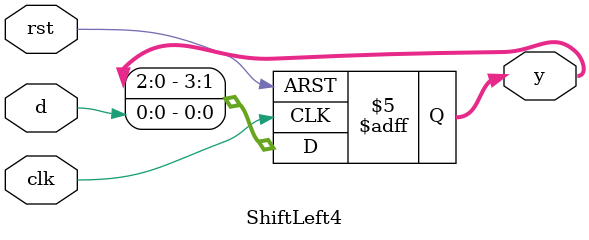
<source format=v>
module ShiftLeft4(
  input wire d
  , input wire clk
  , input wire rst
  , output reg[3:0] y
);

parameter length = 4;
integer i;

initial
begin
  y = 4'b0000;
end

always @(posedge clk, negedge rst)
begin
  if(!rst) begin
    y = 4'b0000;    //reset output
  end
  else
    begin
      y[0] <= d;    //data input
      //shift left register
      for(i = 0; i < length-1; i=i+1)
        y[i+1] <= y[i];
    end
end

endmodule
</source>
